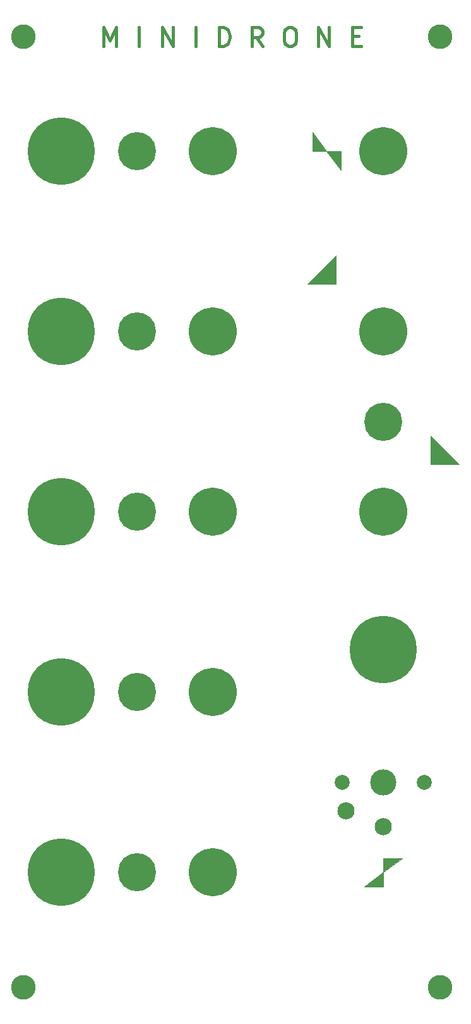
<source format=gbr>
G04 #@! TF.GenerationSoftware,KiCad,Pcbnew,(6.0.5)*
G04 #@! TF.CreationDate,2022-05-27T13:29:11-04:00*
G04 #@! TF.ProjectId,minidrone,6d696e69-6472-46f6-9e65-2e6b69636164,rev?*
G04 #@! TF.SameCoordinates,Original*
G04 #@! TF.FileFunction,Soldermask,Top*
G04 #@! TF.FilePolarity,Negative*
%FSLAX46Y46*%
G04 Gerber Fmt 4.6, Leading zero omitted, Abs format (unit mm)*
G04 Created by KiCad (PCBNEW (6.0.5)) date 2022-05-27 13:29:11*
%MOMM*%
%LPD*%
G01*
G04 APERTURE LIST*
%ADD10C,0.100000*%
%ADD11C,0.120000*%
%ADD12C,0.450000*%
%ADD13C,6.452000*%
%ADD14C,3.302000*%
%ADD15C,8.992000*%
%ADD16C,5.102000*%
%ADD17C,2.002000*%
%ADD18C,3.502000*%
%ADD19C,2.302000*%
G04 APERTURE END LIST*
D10*
G36*
X109220000Y-44450000D02*
G01*
X111125000Y-44450000D01*
X111125000Y-46990000D01*
X109220000Y-44450000D01*
X107315000Y-44450000D01*
X107315000Y-41910000D01*
X109220000Y-44450000D01*
G37*
X109220000Y-44450000D02*
X111125000Y-44450000D01*
X111125000Y-46990000D01*
X109220000Y-44450000D01*
X107315000Y-44450000D01*
X107315000Y-41910000D01*
X109220000Y-44450000D01*
G36*
X116840000Y-140970000D02*
G01*
X116840000Y-142875000D01*
X114300000Y-142875000D01*
X116840000Y-140970000D01*
X116840000Y-139065000D01*
X119380000Y-139065000D01*
X116840000Y-140970000D01*
G37*
X116840000Y-140970000D02*
X116840000Y-142875000D01*
X114300000Y-142875000D01*
X116840000Y-140970000D01*
X116840000Y-139065000D01*
X119380000Y-139065000D01*
X116840000Y-140970000D01*
D11*
G36*
X127000000Y-86360000D02*
G01*
X123190000Y-86360000D01*
X123190000Y-82550000D01*
X127000000Y-86360000D01*
G37*
X127000000Y-86360000D02*
X123190000Y-86360000D01*
X123190000Y-82550000D01*
X127000000Y-86360000D01*
G36*
X110490000Y-62230000D02*
G01*
X106680000Y-62230000D01*
X110490000Y-58420000D01*
X110490000Y-62230000D01*
G37*
X110490000Y-62230000D02*
X106680000Y-62230000D01*
X110490000Y-58420000D01*
X110490000Y-62230000D01*
D12*
X79317619Y-30340952D02*
X79317619Y-27840952D01*
X80150952Y-29626666D01*
X80984285Y-27840952D01*
X80984285Y-30340952D01*
X84079523Y-30340952D02*
X84079523Y-27840952D01*
X87174761Y-30340952D02*
X87174761Y-27840952D01*
X88603333Y-30340952D01*
X88603333Y-27840952D01*
X91698571Y-30340952D02*
X91698571Y-27840952D01*
X94793809Y-30340952D02*
X94793809Y-27840952D01*
X95389047Y-27840952D01*
X95746190Y-27960000D01*
X95984285Y-28198095D01*
X96103333Y-28436190D01*
X96222380Y-28912380D01*
X96222380Y-29269523D01*
X96103333Y-29745714D01*
X95984285Y-29983809D01*
X95746190Y-30221904D01*
X95389047Y-30340952D01*
X94793809Y-30340952D01*
X100627142Y-30340952D02*
X99793809Y-29150476D01*
X99198571Y-30340952D02*
X99198571Y-27840952D01*
X100150952Y-27840952D01*
X100389047Y-27960000D01*
X100508095Y-28079047D01*
X100627142Y-28317142D01*
X100627142Y-28674285D01*
X100508095Y-28912380D01*
X100389047Y-29031428D01*
X100150952Y-29150476D01*
X99198571Y-29150476D01*
X104079523Y-27840952D02*
X104555714Y-27840952D01*
X104793809Y-27960000D01*
X105031904Y-28198095D01*
X105150952Y-28674285D01*
X105150952Y-29507619D01*
X105031904Y-29983809D01*
X104793809Y-30221904D01*
X104555714Y-30340952D01*
X104079523Y-30340952D01*
X103841428Y-30221904D01*
X103603333Y-29983809D01*
X103484285Y-29507619D01*
X103484285Y-28674285D01*
X103603333Y-28198095D01*
X103841428Y-27960000D01*
X104079523Y-27840952D01*
X108127142Y-30340952D02*
X108127142Y-27840952D01*
X109555714Y-30340952D01*
X109555714Y-27840952D01*
X112650952Y-29031428D02*
X113484285Y-29031428D01*
X113841428Y-30340952D02*
X112650952Y-30340952D01*
X112650952Y-27840952D01*
X113841428Y-27840952D01*
D10*
G36*
X109220000Y-44450000D02*
G01*
X111125000Y-44450000D01*
X111125000Y-46990000D01*
X109220000Y-44450000D01*
X107315000Y-44450000D01*
X107315000Y-41910000D01*
X109220000Y-44450000D01*
G37*
X109220000Y-44450000D02*
X111125000Y-44450000D01*
X111125000Y-46990000D01*
X109220000Y-44450000D01*
X107315000Y-44450000D01*
X107315000Y-41910000D01*
X109220000Y-44450000D01*
G36*
X116840000Y-140970000D02*
G01*
X116840000Y-142875000D01*
X114300000Y-142875000D01*
X116840000Y-140970000D01*
X116840000Y-139065000D01*
X119380000Y-139065000D01*
X116840000Y-140970000D01*
G37*
X116840000Y-140970000D02*
X116840000Y-142875000D01*
X114300000Y-142875000D01*
X116840000Y-140970000D01*
X116840000Y-139065000D01*
X119380000Y-139065000D01*
X116840000Y-140970000D01*
D11*
G36*
X127000000Y-86360000D02*
G01*
X123190000Y-86360000D01*
X123190000Y-82550000D01*
X127000000Y-86360000D01*
G37*
X127000000Y-86360000D02*
X123190000Y-86360000D01*
X123190000Y-82550000D01*
X127000000Y-86360000D01*
G36*
X110490000Y-62230000D02*
G01*
X106680000Y-62230000D01*
X110490000Y-58420000D01*
X110490000Y-62230000D01*
G37*
X110490000Y-62230000D02*
X106680000Y-62230000D01*
X110490000Y-58420000D01*
X110490000Y-62230000D01*
D12*
X79317619Y-30340952D02*
X79317619Y-27840952D01*
X80150952Y-29626666D01*
X80984285Y-27840952D01*
X80984285Y-30340952D01*
X84079523Y-30340952D02*
X84079523Y-27840952D01*
X87174761Y-30340952D02*
X87174761Y-27840952D01*
X88603333Y-30340952D01*
X88603333Y-27840952D01*
X91698571Y-30340952D02*
X91698571Y-27840952D01*
X94793809Y-30340952D02*
X94793809Y-27840952D01*
X95389047Y-27840952D01*
X95746190Y-27960000D01*
X95984285Y-28198095D01*
X96103333Y-28436190D01*
X96222380Y-28912380D01*
X96222380Y-29269523D01*
X96103333Y-29745714D01*
X95984285Y-29983809D01*
X95746190Y-30221904D01*
X95389047Y-30340952D01*
X94793809Y-30340952D01*
X100627142Y-30340952D02*
X99793809Y-29150476D01*
X99198571Y-30340952D02*
X99198571Y-27840952D01*
X100150952Y-27840952D01*
X100389047Y-27960000D01*
X100508095Y-28079047D01*
X100627142Y-28317142D01*
X100627142Y-28674285D01*
X100508095Y-28912380D01*
X100389047Y-29031428D01*
X100150952Y-29150476D01*
X99198571Y-29150476D01*
X104079523Y-27840952D02*
X104555714Y-27840952D01*
X104793809Y-27960000D01*
X105031904Y-28198095D01*
X105150952Y-28674285D01*
X105150952Y-29507619D01*
X105031904Y-29983809D01*
X104793809Y-30221904D01*
X104555714Y-30340952D01*
X104079523Y-30340952D01*
X103841428Y-30221904D01*
X103603333Y-29983809D01*
X103484285Y-29507619D01*
X103484285Y-28674285D01*
X103603333Y-28198095D01*
X103841428Y-27960000D01*
X104079523Y-27840952D01*
X108127142Y-30340952D02*
X108127142Y-27840952D01*
X109555714Y-30340952D01*
X109555714Y-27840952D01*
X112650952Y-29031428D02*
X113484285Y-29031428D01*
X113841428Y-30340952D02*
X112650952Y-30340952D01*
X112650952Y-27840952D01*
X113841428Y-27840952D01*
D13*
X116840000Y-92710000D03*
D14*
X124460000Y-29083000D03*
D15*
X73660000Y-140970000D03*
X73660000Y-116840000D03*
D16*
X83820000Y-140970000D03*
X83820000Y-116840000D03*
D14*
X124460000Y-156337000D03*
D13*
X116840000Y-44450000D03*
D15*
X73660000Y-92710000D03*
D16*
X83820000Y-44450000D03*
D13*
X93980000Y-44450000D03*
D17*
X111340000Y-128905000D03*
X122340000Y-128905000D03*
D18*
X116840000Y-128905000D03*
D19*
X116840000Y-134805000D03*
X111840000Y-132705000D03*
D13*
X116840000Y-68580000D03*
X93980000Y-68580000D03*
X93980000Y-92710000D03*
X93980000Y-140970000D03*
D15*
X73660000Y-68580000D03*
D13*
X93980000Y-116840000D03*
D14*
X68580000Y-29083000D03*
D16*
X83820000Y-68580000D03*
D14*
X68580000Y-156337000D03*
D15*
X116840000Y-111125000D03*
X73660000Y-44450000D03*
D16*
X83820000Y-92710000D03*
X116840000Y-80645000D03*
M02*

</source>
